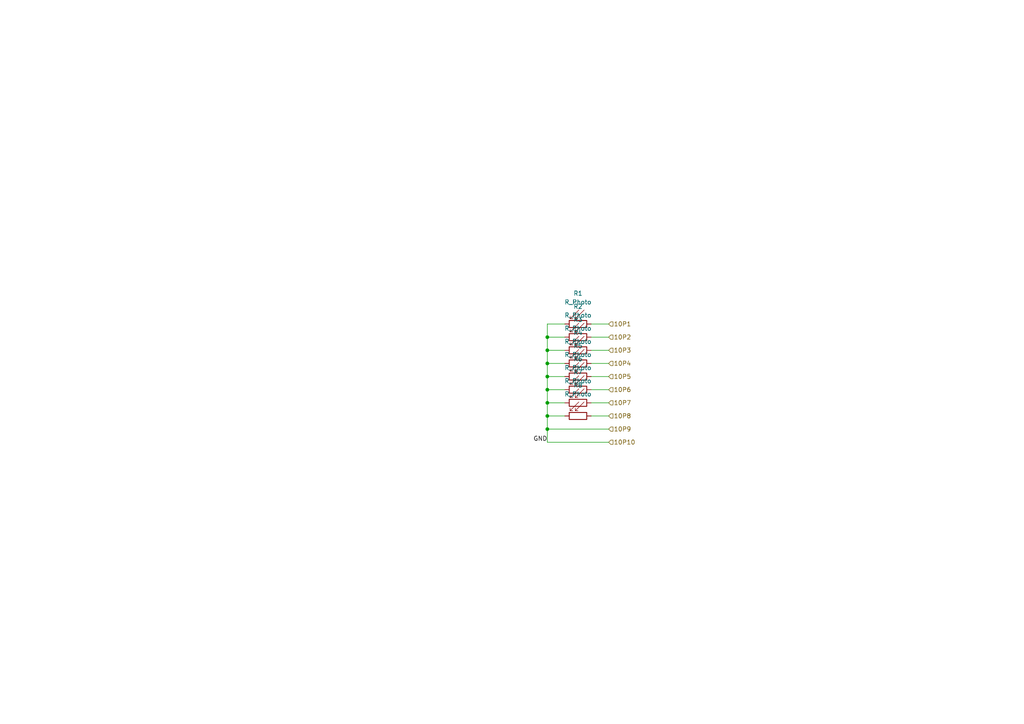
<source format=kicad_sch>
(kicad_sch (version 20230121) (generator eeschema)
  (paper "A4")
  (lib_symbols
    (symbol "Device:R_Photo" (pin_numbers hide) (pin_names (offset 0))
      (property "Reference" "R" (at 1.27 1.27 0))
      (property "Value" "R_Photo" (at 1.27 0 0))
      (symbol "R_Photo_0_1"
        (rectangle (start -1.016 2.54) (end 1.016 -2.54) (stroke (width 0.254)))
        (polyline (pts (xy -1.524 -2.286) (xy -4.064 0.254)))
        (polyline (pts (xy -1.524 -2.286) (xy -2.286 -2.286)))
        (polyline (pts (xy -1.524 -2.286) (xy -1.524 -1.524)))
        (polyline (pts (xy -1.524 -0.762) (xy -4.064 1.778)))
        (polyline (pts (xy -1.524 -0.762) (xy -2.286 -0.762)))
        (polyline (pts (xy -1.524 -0.762) (xy -1.524 0)))
      )
      (symbol "R_Photo_1_1"
        (pin passive line (at 0 3.81 270) (length 1.27) (name "~") (number "1"))
        (pin passive line (at 0 -3.81 90) (length 1.27) (name "~") (number "2"))
      )
    )
  )
  (junction (at 158.75 105.41))
  (junction (at 158.75 101.6))
  (junction (at 158.75 97.79))
  (junction (at 158.75 124.46))
  (junction (at 158.75 109.22))
  (junction (at 158.75 113.03))
  (junction (at 158.75 120.65))
  (junction (at 158.75 116.84))
  (wire (pts (xy 171.45 101.6) (xy 176.53 101.6)))
  (wire (pts (xy 158.75 113.03) (xy 158.75 109.22)))
  (wire (pts (xy 171.45 116.84) (xy 176.53 116.84)))
  (wire (pts (xy 158.75 109.22) (xy 158.75 105.41)))
  (wire (pts (xy 158.75 113.03) (xy 163.83 113.03)))
  (wire (pts (xy 158.75 116.84) (xy 163.83 116.84)))
  (wire (pts (xy 171.45 113.03) (xy 176.53 113.03)))
  (wire (pts (xy 171.45 109.22) (xy 176.53 109.22)))
  (wire (pts (xy 158.75 120.65) (xy 158.75 116.84)))
  (wire (pts (xy 158.75 120.65) (xy 163.83 120.65)))
  (wire (pts (xy 158.75 124.46) (xy 176.53 124.46)))
  (wire (pts (xy 158.75 97.79) (xy 163.83 97.79)))
  (wire (pts (xy 158.75 124.46) (xy 158.75 120.65)))
  (wire (pts (xy 158.75 105.41) (xy 163.83 105.41)))
  (wire (pts (xy 171.45 97.79) (xy 176.53 97.79)))
  (wire (pts (xy 158.75 128.27) (xy 158.75 124.46)))
  (wire (pts (xy 158.75 128.27) (xy 176.53 128.27)))
  (wire (pts (xy 158.75 109.22) (xy 163.83 109.22)))
  (wire (pts (xy 171.45 93.98) (xy 176.53 93.98)))
  (wire (pts (xy 158.75 105.41) (xy 158.75 101.6)))
  (wire (pts (xy 158.75 93.98) (xy 163.83 93.98)))
  (wire (pts (xy 158.75 101.6) (xy 163.83 101.6)))
  (wire (pts (xy 171.45 120.65) (xy 176.53 120.65)))
  (wire (pts (xy 171.45 105.41) (xy 176.53 105.41)))
  (wire (pts (xy 158.75 97.79) (xy 158.75 93.98)))
  (wire (pts (xy 158.75 101.6) (xy 158.75 97.79)))
  (wire (pts (xy 158.75 116.84) (xy 158.75 113.03)))
  (label "GND" (at 158.75 128.27 180))
  (hierarchical_label "10P10" (shape input) (at 176.53 128.27 0))
  (hierarchical_label "10P7" (shape input) (at 176.53 116.84 0))
  (hierarchical_label "10P9" (shape input) (at 176.53 124.46 0))
  (hierarchical_label "10P1" (shape input) (at 176.53 93.98 0))
  (hierarchical_label "10P6" (shape input) (at 176.53 113.03 0))
  (hierarchical_label "10P3" (shape input) (at 176.53 101.6 0))
  (hierarchical_label "10P4" (shape input) (at 176.53 105.41 0))
  (hierarchical_label "10P5" (shape input) (at 176.53 109.22 0))
  (hierarchical_label "10P8" (shape input) (at 176.53 120.65 0))
  (hierarchical_label "10P2" (shape input) (at 176.53 97.79 0))
  (symbol (lib_id "Device:R_Photo") (at 167.64 97.79 270) (unit 1)
    (property "Reference" "R2" (at 167.64 88.9 90))
    (property "Value" "R_Photo" (at 167.64 91.44 90))
    (property "Footprint" "Resistor_THT:R_Axial_DIN0204_L3.6mm_D1.6mm_P1.90mm_Vertical" (effects hide))
  )
  (symbol (lib_id "Device:R_Photo") (at 167.64 109.22 270) (unit 1)
    (property "Reference" "R5" (at 167.64 100.33 90))
    (property "Value" "R_Photo" (at 167.64 102.87 90))
    (property "Footprint" "Resistor_THT:R_Axial_DIN0204_L3.6mm_D1.6mm_P1.90mm_Vertical" (effects hide))
  )
  (symbol (lib_id "Device:R_Photo") (at 167.64 113.03 270) (unit 1)
    (property "Reference" "R6" (at 167.64 104.14 90))
    (property "Value" "R_Photo" (at 167.64 106.68 90))
    (property "Footprint" "Resistor_THT:R_Axial_DIN0204_L3.6mm_D1.6mm_P1.90mm_Vertical" (effects hide))
  )
  (symbol (lib_id "Device:R_Photo") (at 167.64 101.6 270) (unit 1)
    (property "Reference" "R3" (at 167.64 92.71 90))
    (property "Value" "R_Photo" (at 167.64 95.25 90))
    (property "Footprint" "Resistor_THT:R_Axial_DIN0204_L3.6mm_D1.6mm_P1.90mm_Vertical" (effects hide))
  )
  (symbol (lib_id "Device:R_Photo") (at 167.64 93.98 270) (unit 1)
    (property "Reference" "R1" (at 167.64 85.09 90))
    (property "Value" "R_Photo" (at 167.64 87.63 90))
    (property "Footprint" "Resistor_THT:R_Axial_DIN0204_L3.6mm_D1.6mm_P1.90mm_Vertical" (effects hide))
  )
  (symbol (lib_id "Device:R_Photo") (at 167.64 116.84 270) (unit 1)
    (property "Reference" "R7" (at 167.64 107.95 90))
    (property "Value" "R_Photo" (at 167.64 110.49 90))
    (property "Footprint" "Resistor_THT:R_Axial_DIN0204_L3.6mm_D1.6mm_P1.90mm_Vertical" (effects hide))
  )
  (symbol (lib_id "Device:R_Photo") (at 167.64 120.65 270) (unit 1)
    (property "Reference" "R8" (at 167.64 111.76 90))
    (property "Value" "R_Photo" (at 167.64 114.3 90))
    (property "Footprint" "Resistor_THT:R_Axial_DIN0204_L3.6mm_D1.6mm_P1.90mm_Vertical" (effects hide))
  )
  (symbol (lib_id "Device:R_Photo") (at 167.64 105.41 270) (unit 1)
    (property "Reference" "R4" (at 167.64 96.52 90))
    (property "Value" "R_Photo" (at 167.64 99.06 90))
    (property "Footprint" "Resistor_THT:R_Axial_DIN0204_L3.6mm_D1.6mm_P1.90mm_Vertical" (effects hide))
  )
)
</source>
